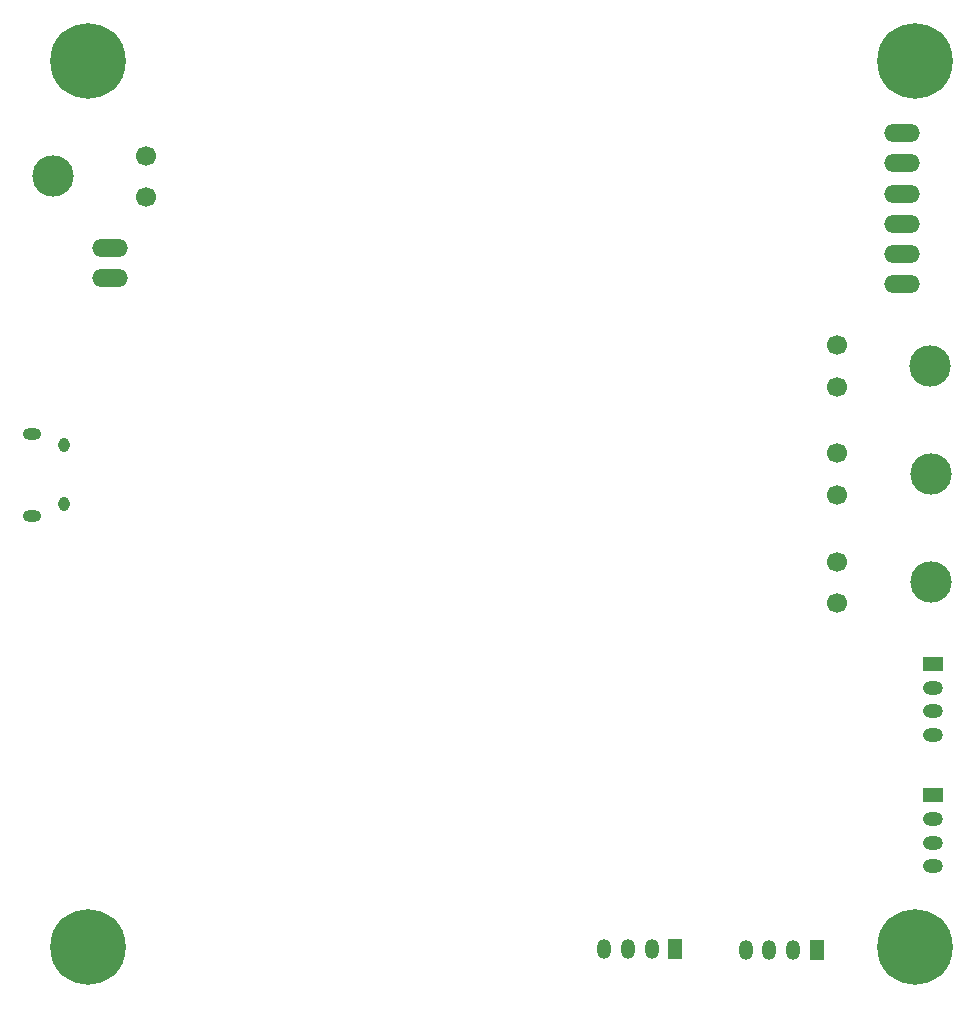
<source format=gbr>
G04 #@! TF.FileFunction,Soldermask,Bot*
%FSLAX46Y46*%
G04 Gerber Fmt 4.6, Leading zero omitted, Abs format (unit mm)*
G04 Created by KiCad (PCBNEW 4.0.5) date 03/03/17 18:09:40*
%MOMM*%
%LPD*%
G01*
G04 APERTURE LIST*
%ADD10C,0.100000*%
%ADD11O,3.014980X1.506220*%
%ADD12C,6.400000*%
%ADD13C,1.700000*%
%ADD14C,3.500000*%
%ADD15R,1.200000X1.700000*%
%ADD16O,1.200000X1.700000*%
%ADD17R,1.700000X1.200000*%
%ADD18O,1.700000X1.200000*%
%ADD19O,0.950000X1.250000*%
%ADD20O,1.550000X1.000000*%
G04 APERTURE END LIST*
D10*
D11*
X121790000Y-77330000D03*
X121790000Y-74790000D03*
D12*
X189930000Y-134010000D03*
X189930000Y-59010000D03*
X119930000Y-59010000D03*
X119930000Y-134010000D03*
D11*
X188855000Y-65046000D03*
X188855000Y-67586000D03*
X188855000Y-70215000D03*
X188855000Y-72755000D03*
X188849400Y-75363800D03*
X188849400Y-77903800D03*
D13*
X124880000Y-67010000D03*
X124880000Y-70510000D03*
D14*
X116970000Y-68760000D03*
D13*
X183378000Y-104877200D03*
X183378000Y-101377200D03*
D14*
X191288000Y-103127200D03*
D13*
X183363200Y-95711200D03*
X183363200Y-92211200D03*
D14*
X191273200Y-93961200D03*
D13*
X183352600Y-86561400D03*
X183352600Y-83061400D03*
D14*
X191262600Y-84811400D03*
D15*
X181628700Y-134226200D03*
D16*
X179628700Y-134226200D03*
X177628700Y-134226200D03*
X175628700Y-134226200D03*
D15*
X169657700Y-134163900D03*
D16*
X167657700Y-134163900D03*
X165657700Y-134163900D03*
X163657700Y-134163900D03*
D17*
X191454800Y-121152200D03*
D18*
X191454800Y-123152200D03*
X191454800Y-125152200D03*
X191454800Y-127152200D03*
D17*
X191504800Y-110052200D03*
D18*
X191504800Y-112052200D03*
X191504800Y-114052200D03*
X191504800Y-116052200D03*
D19*
X117931540Y-91521700D03*
X117931540Y-96521700D03*
D20*
X115231540Y-90521700D03*
X115231540Y-97521700D03*
M02*

</source>
